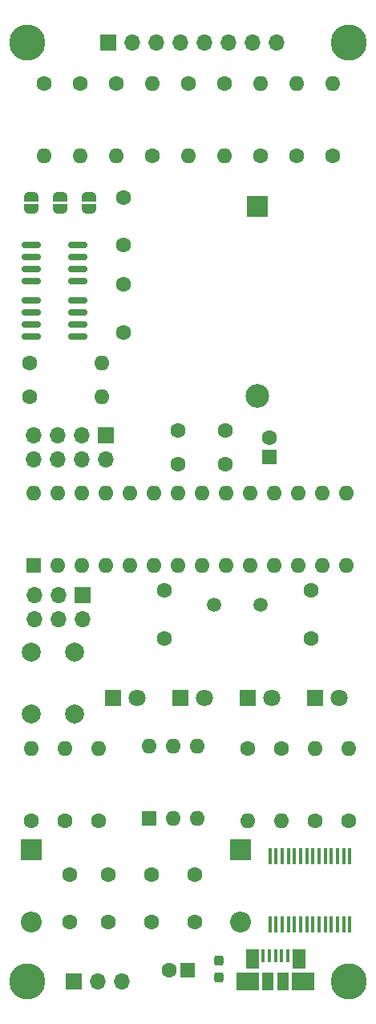
<source format=gts>
G04 #@! TF.GenerationSoftware,KiCad,Pcbnew,6.0.7-f9a2dced07~116~ubuntu20.04.1*
G04 #@! TF.CreationDate,2022-09-25T20:21:23+02:00*
G04 #@! TF.ProjectId,Wordclock,576f7264-636c-46f6-936b-2e6b69636164,v01.3*
G04 #@! TF.SameCoordinates,Original*
G04 #@! TF.FileFunction,Soldermask,Top*
G04 #@! TF.FilePolarity,Negative*
%FSLAX46Y46*%
G04 Gerber Fmt 4.6, Leading zero omitted, Abs format (unit mm)*
G04 Created by KiCad (PCBNEW 6.0.7-f9a2dced07~116~ubuntu20.04.1) date 2022-09-25 20:21:23*
%MOMM*%
%LPD*%
G01*
G04 APERTURE LIST*
G04 Aperture macros list*
%AMRoundRect*
0 Rectangle with rounded corners*
0 $1 Rounding radius*
0 $2 $3 $4 $5 $6 $7 $8 $9 X,Y pos of 4 corners*
0 Add a 4 corners polygon primitive as box body*
4,1,4,$2,$3,$4,$5,$6,$7,$8,$9,$2,$3,0*
0 Add four circle primitives for the rounded corners*
1,1,$1+$1,$2,$3*
1,1,$1+$1,$4,$5*
1,1,$1+$1,$6,$7*
1,1,$1+$1,$8,$9*
0 Add four rect primitives between the rounded corners*
20,1,$1+$1,$2,$3,$4,$5,0*
20,1,$1+$1,$4,$5,$6,$7,0*
20,1,$1+$1,$6,$7,$8,$9,0*
20,1,$1+$1,$8,$9,$2,$3,0*%
%AMFreePoly0*
4,1,22,0.500000,-0.750000,0.000000,-0.750000,0.000000,-0.745033,-0.079941,-0.743568,-0.215256,-0.701293,-0.333266,-0.622738,-0.424486,-0.514219,-0.481581,-0.384460,-0.499164,-0.250000,-0.500000,-0.250000,-0.500000,0.250000,-0.499164,0.250000,-0.499963,0.256109,-0.478152,0.396186,-0.417904,0.524511,-0.324060,0.630769,-0.204165,0.706417,-0.067858,0.745374,0.000000,0.744959,0.000000,0.750000,
0.500000,0.750000,0.500000,-0.750000,0.500000,-0.750000,$1*%
%AMFreePoly1*
4,1,20,0.000000,0.744959,0.073905,0.744508,0.209726,0.703889,0.328688,0.626782,0.421226,0.519385,0.479903,0.390333,0.500000,0.250000,0.500000,-0.250000,0.499851,-0.262216,0.476331,-0.402017,0.414519,-0.529596,0.319384,-0.634700,0.198574,-0.708877,0.061801,-0.746166,0.000000,-0.745033,0.000000,-0.750000,-0.500000,-0.750000,-0.500000,0.750000,0.000000,0.750000,0.000000,0.744959,
0.000000,0.744959,$1*%
G04 Aperture macros list end*
%ADD10R,2.170000X2.170000*%
%ADD11C,2.500000*%
%ADD12C,1.600000*%
%ADD13R,1.600000X1.600000*%
%ADD14R,1.700000X1.700000*%
%ADD15O,1.700000X1.700000*%
%ADD16FreePoly0,90.000000*%
%ADD17FreePoly1,90.000000*%
%ADD18R,1.800000X1.800000*%
%ADD19C,1.800000*%
%ADD20O,1.600000X1.600000*%
%ADD21RoundRect,0.237500X0.237500X-0.287500X0.237500X0.287500X-0.237500X0.287500X-0.237500X-0.287500X0*%
%ADD22C,1.500000*%
%ADD23C,3.800000*%
%ADD24R,2.200000X2.200000*%
%ADD25O,2.200000X2.200000*%
%ADD26RoundRect,0.150000X-0.825000X-0.150000X0.825000X-0.150000X0.825000X0.150000X-0.825000X0.150000X0*%
%ADD27R,0.450000X1.750000*%
%ADD28R,0.450000X1.380000*%
%ADD29R,2.375000X1.900000*%
%ADD30R,1.175000X1.900000*%
%ADD31R,1.475000X2.100000*%
%ADD32C,2.000000*%
G04 APERTURE END LIST*
D10*
X162179000Y-66802000D03*
D11*
X162179000Y-86802000D03*
D12*
X142367000Y-142240000D03*
X142367000Y-137240000D03*
X155575000Y-142240000D03*
X155575000Y-137240000D03*
X146431000Y-137240000D03*
X146431000Y-142240000D03*
D13*
X163449000Y-93218000D03*
D12*
X163449000Y-91218000D03*
D13*
X154887000Y-147320000D03*
D12*
X152887000Y-147320000D03*
X151003000Y-137240000D03*
X151003000Y-142240000D03*
X152400000Y-112315000D03*
X152400000Y-107315000D03*
X167894000Y-112315000D03*
X167894000Y-107315000D03*
X148082000Y-70866000D03*
X148082000Y-65866000D03*
X148082000Y-75057000D03*
X148082000Y-80057000D03*
D14*
X146431000Y-49524000D03*
D15*
X148971000Y-49524000D03*
X151511000Y-49524000D03*
X154051000Y-49524000D03*
X156591000Y-49524000D03*
X159131000Y-49524000D03*
X161671000Y-49524000D03*
X164211000Y-49524000D03*
D16*
X144399000Y-67056000D03*
D17*
X144399000Y-65756000D03*
D16*
X141351000Y-67056000D03*
D17*
X141351000Y-65756000D03*
D16*
X138303000Y-67056000D03*
D17*
X138303000Y-65756000D03*
D18*
X168275000Y-118618000D03*
D19*
X170815000Y-118618000D03*
D18*
X146939000Y-118618000D03*
D19*
X149479000Y-118618000D03*
D12*
X138303000Y-131572000D03*
D20*
X138303000Y-123952000D03*
D12*
X145415000Y-131572000D03*
D20*
X145415000Y-123952000D03*
D12*
X161163000Y-123952000D03*
D20*
X161163000Y-131572000D03*
D12*
X168275000Y-131572000D03*
D20*
X168275000Y-123952000D03*
D12*
X171831000Y-131572000D03*
D20*
X171831000Y-123952000D03*
D12*
X141859000Y-131572000D03*
D20*
X141859000Y-123952000D03*
D12*
X164719000Y-123952000D03*
D20*
X164719000Y-131572000D03*
D12*
X138176000Y-86868000D03*
D20*
X145796000Y-86868000D03*
D12*
X138176000Y-83312000D03*
D20*
X145796000Y-83312000D03*
D21*
X158115000Y-148082000D03*
X158115000Y-146332000D03*
D18*
X161163000Y-118618000D03*
D19*
X163703000Y-118618000D03*
D13*
X150749000Y-131318000D03*
D20*
X153289000Y-131318000D03*
X155829000Y-131318000D03*
X155829000Y-123698000D03*
X153289000Y-123698000D03*
X150749000Y-123698000D03*
D18*
X154051000Y-118618000D03*
D19*
X156591000Y-118618000D03*
D22*
X157680000Y-108839000D03*
X162560000Y-108839000D03*
D23*
X137887000Y-148524000D03*
X171887000Y-148524000D03*
X171887000Y-49524000D03*
D24*
X138303000Y-134620000D03*
D25*
X138303000Y-142240000D03*
D24*
X160401000Y-134620000D03*
D25*
X160401000Y-142240000D03*
D14*
X142807000Y-148524000D03*
D15*
X145347000Y-148524000D03*
X147887000Y-148524000D03*
D26*
X138303000Y-76708000D03*
X138303000Y-77978000D03*
X138303000Y-79248000D03*
X138303000Y-80518000D03*
X143253000Y-80518000D03*
X143253000Y-79248000D03*
X143253000Y-77978000D03*
X143253000Y-76708000D03*
D27*
X171992000Y-135294000D03*
X171342000Y-135294000D03*
X170692000Y-135294000D03*
X170042000Y-135294000D03*
X169392000Y-135294000D03*
X168742000Y-135294000D03*
X168092000Y-135294000D03*
X167442000Y-135294000D03*
X166792000Y-135294000D03*
X166142000Y-135294000D03*
X165492000Y-135294000D03*
X164842000Y-135294000D03*
X164192000Y-135294000D03*
X163542000Y-135294000D03*
X163542000Y-142494000D03*
X164192000Y-142494000D03*
X164842000Y-142494000D03*
X165492000Y-142494000D03*
X166142000Y-142494000D03*
X166792000Y-142494000D03*
X167442000Y-142494000D03*
X168092000Y-142494000D03*
X168742000Y-142494000D03*
X169392000Y-142494000D03*
X170042000Y-142494000D03*
X170692000Y-142494000D03*
X171342000Y-142494000D03*
X171992000Y-142494000D03*
D13*
X138557000Y-104648000D03*
D20*
X141097000Y-104648000D03*
X143637000Y-104648000D03*
X146177000Y-104648000D03*
X148717000Y-104648000D03*
X151257000Y-104648000D03*
X153797000Y-104648000D03*
X156337000Y-104648000D03*
X158877000Y-104648000D03*
X161417000Y-104648000D03*
X163957000Y-104648000D03*
X166497000Y-104648000D03*
X169037000Y-104648000D03*
X171577000Y-104648000D03*
X171577000Y-97028000D03*
X169037000Y-97028000D03*
X166497000Y-97028000D03*
X163957000Y-97028000D03*
X161417000Y-97028000D03*
X158877000Y-97028000D03*
X156337000Y-97028000D03*
X153797000Y-97028000D03*
X151257000Y-97028000D03*
X148717000Y-97028000D03*
X146177000Y-97028000D03*
X143637000Y-97028000D03*
X141097000Y-97028000D03*
X138557000Y-97028000D03*
D12*
X153797000Y-90424000D03*
X158797000Y-90424000D03*
X139700000Y-53848000D03*
D20*
X139700000Y-61468000D03*
D12*
X154940000Y-53848000D03*
D20*
X154940000Y-61468000D03*
D12*
X151130000Y-61468000D03*
D20*
X151130000Y-53848000D03*
D12*
X143510000Y-53848000D03*
D20*
X143510000Y-61468000D03*
D12*
X166370000Y-61468000D03*
D20*
X166370000Y-53848000D03*
D12*
X162560000Y-61468000D03*
D20*
X162560000Y-53848000D03*
D12*
X170180000Y-61468000D03*
D20*
X170180000Y-53848000D03*
D23*
X137887000Y-49524000D03*
D12*
X147320000Y-53848000D03*
D20*
X147320000Y-61468000D03*
D28*
X162833500Y-145817000D03*
X163483500Y-145817000D03*
X164133500Y-145817000D03*
X164783500Y-145817000D03*
X165433500Y-145817000D03*
D29*
X167046000Y-148477000D03*
D30*
X163296000Y-148477000D03*
D31*
X166596000Y-146177000D03*
D29*
X161221000Y-148477000D03*
D30*
X164971000Y-148477000D03*
D31*
X161671000Y-146177000D03*
D32*
X138375000Y-120292000D03*
X138375000Y-113792000D03*
X142875000Y-113792000D03*
X142875000Y-120292000D03*
D26*
X138303000Y-70866000D03*
X138303000Y-72136000D03*
X138303000Y-73406000D03*
X138303000Y-74676000D03*
X143253000Y-74676000D03*
X143253000Y-73406000D03*
X143253000Y-72136000D03*
X143253000Y-70866000D03*
D14*
X143764000Y-107823000D03*
D15*
X143764000Y-110363000D03*
X141224000Y-107823000D03*
X141224000Y-110363000D03*
X138684000Y-107823000D03*
X138684000Y-110363000D03*
D12*
X153797000Y-93980000D03*
X158797000Y-93980000D03*
D14*
X146177000Y-90932000D03*
D15*
X146177000Y-93472000D03*
X143637000Y-90932000D03*
X143637000Y-93472000D03*
X141097000Y-90932000D03*
X141097000Y-93472000D03*
X138557000Y-90932000D03*
X138557000Y-93472000D03*
D12*
X158750000Y-53848000D03*
D20*
X158750000Y-61468000D03*
M02*

</source>
